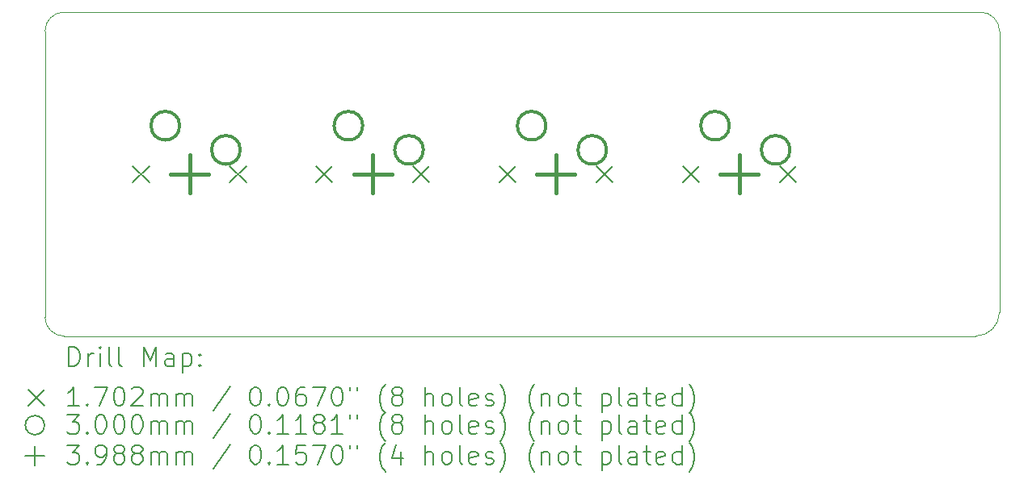
<source format=gbr>
%TF.GenerationSoftware,KiCad,Pcbnew,6.0.11-2627ca5db0~126~ubuntu22.04.1*%
%TF.CreationDate,2024-05-05T17:07:31-04:00*%
%TF.ProjectId,io-board,696f2d62-6f61-4726-942e-6b696361645f,rev?*%
%TF.SameCoordinates,Original*%
%TF.FileFunction,Drillmap*%
%TF.FilePolarity,Positive*%
%FSLAX45Y45*%
G04 Gerber Fmt 4.5, Leading zero omitted, Abs format (unit mm)*
G04 Created by KiCad (PCBNEW 6.0.11-2627ca5db0~126~ubuntu22.04.1) date 2024-05-05 17:07:31*
%MOMM*%
%LPD*%
G01*
G04 APERTURE LIST*
%ADD10C,0.100000*%
%ADD11C,0.200000*%
%ADD12C,0.170180*%
%ADD13C,0.300000*%
%ADD14C,0.398780*%
G04 APERTURE END LIST*
D10*
X19787260Y-7121000D02*
G75*
G03*
X19587260Y-6921000I-200000J0D01*
G01*
X9787260Y-7121000D02*
X9787260Y-10121000D01*
X9987260Y-6921000D02*
X19587260Y-6921000D01*
X19787260Y-10071000D02*
X19787260Y-7121000D01*
X9787260Y-10121000D02*
G75*
G03*
X9987260Y-10321000I200000J0D01*
G01*
X9987260Y-10321000D02*
X19537260Y-10321000D01*
X19537260Y-10321000D02*
G75*
G03*
X19787260Y-10071000I0J250000D01*
G01*
X9987260Y-6921000D02*
G75*
G03*
X9787260Y-7121000I0J-200000D01*
G01*
D11*
D12*
X10709170Y-8535910D02*
X10879350Y-8706090D01*
X10879350Y-8535910D02*
X10709170Y-8706090D01*
X11725170Y-8535910D02*
X11895350Y-8706090D01*
X11895350Y-8535910D02*
X11725170Y-8706090D01*
X12627170Y-8535910D02*
X12797350Y-8706090D01*
X12797350Y-8535910D02*
X12627170Y-8706090D01*
X13643170Y-8535910D02*
X13813350Y-8706090D01*
X13813350Y-8535910D02*
X13643170Y-8706090D01*
X14547170Y-8535910D02*
X14717350Y-8706090D01*
X14717350Y-8535910D02*
X14547170Y-8706090D01*
X15563170Y-8535910D02*
X15733350Y-8706090D01*
X15733350Y-8535910D02*
X15563170Y-8706090D01*
X16468170Y-8535910D02*
X16638350Y-8706090D01*
X16638350Y-8535910D02*
X16468170Y-8706090D01*
X17484170Y-8535910D02*
X17654350Y-8706090D01*
X17654350Y-8535910D02*
X17484170Y-8706090D01*
D13*
X11198260Y-8113000D02*
G75*
G03*
X11198260Y-8113000I-150000J0D01*
G01*
X11833260Y-8367000D02*
G75*
G03*
X11833260Y-8367000I-150000J0D01*
G01*
X13116260Y-8113000D02*
G75*
G03*
X13116260Y-8113000I-150000J0D01*
G01*
X13751260Y-8367000D02*
G75*
G03*
X13751260Y-8367000I-150000J0D01*
G01*
X15036260Y-8113000D02*
G75*
G03*
X15036260Y-8113000I-150000J0D01*
G01*
X15671260Y-8367000D02*
G75*
G03*
X15671260Y-8367000I-150000J0D01*
G01*
X16957260Y-8113000D02*
G75*
G03*
X16957260Y-8113000I-150000J0D01*
G01*
X17592260Y-8367000D02*
G75*
G03*
X17592260Y-8367000I-150000J0D01*
G01*
D14*
X11302260Y-8421610D02*
X11302260Y-8820390D01*
X11102870Y-8621000D02*
X11501650Y-8621000D01*
X13220260Y-8421610D02*
X13220260Y-8820390D01*
X13020870Y-8621000D02*
X13419650Y-8621000D01*
X15140260Y-8421610D02*
X15140260Y-8820390D01*
X14940870Y-8621000D02*
X15339650Y-8621000D01*
X17061260Y-8421610D02*
X17061260Y-8820390D01*
X16861870Y-8621000D02*
X17260650Y-8621000D01*
D11*
X10039879Y-10636476D02*
X10039879Y-10436476D01*
X10087498Y-10436476D01*
X10116069Y-10446000D01*
X10135117Y-10465048D01*
X10144641Y-10484095D01*
X10154165Y-10522190D01*
X10154165Y-10550762D01*
X10144641Y-10588857D01*
X10135117Y-10607905D01*
X10116069Y-10626952D01*
X10087498Y-10636476D01*
X10039879Y-10636476D01*
X10239879Y-10636476D02*
X10239879Y-10503143D01*
X10239879Y-10541238D02*
X10249403Y-10522190D01*
X10258926Y-10512667D01*
X10277974Y-10503143D01*
X10297022Y-10503143D01*
X10363688Y-10636476D02*
X10363688Y-10503143D01*
X10363688Y-10436476D02*
X10354165Y-10446000D01*
X10363688Y-10455524D01*
X10373212Y-10446000D01*
X10363688Y-10436476D01*
X10363688Y-10455524D01*
X10487498Y-10636476D02*
X10468450Y-10626952D01*
X10458926Y-10607905D01*
X10458926Y-10436476D01*
X10592260Y-10636476D02*
X10573212Y-10626952D01*
X10563688Y-10607905D01*
X10563688Y-10436476D01*
X10820831Y-10636476D02*
X10820831Y-10436476D01*
X10887498Y-10579333D01*
X10954165Y-10436476D01*
X10954165Y-10636476D01*
X11135117Y-10636476D02*
X11135117Y-10531714D01*
X11125593Y-10512667D01*
X11106546Y-10503143D01*
X11068450Y-10503143D01*
X11049403Y-10512667D01*
X11135117Y-10626952D02*
X11116069Y-10636476D01*
X11068450Y-10636476D01*
X11049403Y-10626952D01*
X11039879Y-10607905D01*
X11039879Y-10588857D01*
X11049403Y-10569810D01*
X11068450Y-10560286D01*
X11116069Y-10560286D01*
X11135117Y-10550762D01*
X11230355Y-10503143D02*
X11230355Y-10703143D01*
X11230355Y-10512667D02*
X11249403Y-10503143D01*
X11287498Y-10503143D01*
X11306545Y-10512667D01*
X11316069Y-10522190D01*
X11325593Y-10541238D01*
X11325593Y-10598381D01*
X11316069Y-10617429D01*
X11306545Y-10626952D01*
X11287498Y-10636476D01*
X11249403Y-10636476D01*
X11230355Y-10626952D01*
X11411307Y-10617429D02*
X11420831Y-10626952D01*
X11411307Y-10636476D01*
X11401784Y-10626952D01*
X11411307Y-10617429D01*
X11411307Y-10636476D01*
X11411307Y-10512667D02*
X11420831Y-10522190D01*
X11411307Y-10531714D01*
X11401784Y-10522190D01*
X11411307Y-10512667D01*
X11411307Y-10531714D01*
D12*
X9612080Y-10880910D02*
X9782260Y-11051090D01*
X9782260Y-10880910D02*
X9612080Y-11051090D01*
D11*
X10144641Y-11056476D02*
X10030355Y-11056476D01*
X10087498Y-11056476D02*
X10087498Y-10856476D01*
X10068450Y-10885048D01*
X10049403Y-10904095D01*
X10030355Y-10913619D01*
X10230355Y-11037429D02*
X10239879Y-11046952D01*
X10230355Y-11056476D01*
X10220831Y-11046952D01*
X10230355Y-11037429D01*
X10230355Y-11056476D01*
X10306546Y-10856476D02*
X10439879Y-10856476D01*
X10354165Y-11056476D01*
X10554165Y-10856476D02*
X10573212Y-10856476D01*
X10592260Y-10866000D01*
X10601784Y-10875524D01*
X10611307Y-10894571D01*
X10620831Y-10932667D01*
X10620831Y-10980286D01*
X10611307Y-11018381D01*
X10601784Y-11037429D01*
X10592260Y-11046952D01*
X10573212Y-11056476D01*
X10554165Y-11056476D01*
X10535117Y-11046952D01*
X10525593Y-11037429D01*
X10516069Y-11018381D01*
X10506546Y-10980286D01*
X10506546Y-10932667D01*
X10516069Y-10894571D01*
X10525593Y-10875524D01*
X10535117Y-10866000D01*
X10554165Y-10856476D01*
X10697022Y-10875524D02*
X10706546Y-10866000D01*
X10725593Y-10856476D01*
X10773212Y-10856476D01*
X10792260Y-10866000D01*
X10801784Y-10875524D01*
X10811307Y-10894571D01*
X10811307Y-10913619D01*
X10801784Y-10942190D01*
X10687498Y-11056476D01*
X10811307Y-11056476D01*
X10897022Y-11056476D02*
X10897022Y-10923143D01*
X10897022Y-10942190D02*
X10906546Y-10932667D01*
X10925593Y-10923143D01*
X10954165Y-10923143D01*
X10973212Y-10932667D01*
X10982736Y-10951714D01*
X10982736Y-11056476D01*
X10982736Y-10951714D02*
X10992260Y-10932667D01*
X11011307Y-10923143D01*
X11039879Y-10923143D01*
X11058926Y-10932667D01*
X11068450Y-10951714D01*
X11068450Y-11056476D01*
X11163688Y-11056476D02*
X11163688Y-10923143D01*
X11163688Y-10942190D02*
X11173212Y-10932667D01*
X11192260Y-10923143D01*
X11220831Y-10923143D01*
X11239879Y-10932667D01*
X11249403Y-10951714D01*
X11249403Y-11056476D01*
X11249403Y-10951714D02*
X11258926Y-10932667D01*
X11277974Y-10923143D01*
X11306545Y-10923143D01*
X11325593Y-10932667D01*
X11335117Y-10951714D01*
X11335117Y-11056476D01*
X11725593Y-10846952D02*
X11554164Y-11104095D01*
X11982736Y-10856476D02*
X12001784Y-10856476D01*
X12020831Y-10866000D01*
X12030355Y-10875524D01*
X12039879Y-10894571D01*
X12049403Y-10932667D01*
X12049403Y-10980286D01*
X12039879Y-11018381D01*
X12030355Y-11037429D01*
X12020831Y-11046952D01*
X12001784Y-11056476D01*
X11982736Y-11056476D01*
X11963688Y-11046952D01*
X11954164Y-11037429D01*
X11944641Y-11018381D01*
X11935117Y-10980286D01*
X11935117Y-10932667D01*
X11944641Y-10894571D01*
X11954164Y-10875524D01*
X11963688Y-10866000D01*
X11982736Y-10856476D01*
X12135117Y-11037429D02*
X12144641Y-11046952D01*
X12135117Y-11056476D01*
X12125593Y-11046952D01*
X12135117Y-11037429D01*
X12135117Y-11056476D01*
X12268450Y-10856476D02*
X12287498Y-10856476D01*
X12306545Y-10866000D01*
X12316069Y-10875524D01*
X12325593Y-10894571D01*
X12335117Y-10932667D01*
X12335117Y-10980286D01*
X12325593Y-11018381D01*
X12316069Y-11037429D01*
X12306545Y-11046952D01*
X12287498Y-11056476D01*
X12268450Y-11056476D01*
X12249403Y-11046952D01*
X12239879Y-11037429D01*
X12230355Y-11018381D01*
X12220831Y-10980286D01*
X12220831Y-10932667D01*
X12230355Y-10894571D01*
X12239879Y-10875524D01*
X12249403Y-10866000D01*
X12268450Y-10856476D01*
X12506545Y-10856476D02*
X12468450Y-10856476D01*
X12449403Y-10866000D01*
X12439879Y-10875524D01*
X12420831Y-10904095D01*
X12411307Y-10942190D01*
X12411307Y-11018381D01*
X12420831Y-11037429D01*
X12430355Y-11046952D01*
X12449403Y-11056476D01*
X12487498Y-11056476D01*
X12506545Y-11046952D01*
X12516069Y-11037429D01*
X12525593Y-11018381D01*
X12525593Y-10970762D01*
X12516069Y-10951714D01*
X12506545Y-10942190D01*
X12487498Y-10932667D01*
X12449403Y-10932667D01*
X12430355Y-10942190D01*
X12420831Y-10951714D01*
X12411307Y-10970762D01*
X12592260Y-10856476D02*
X12725593Y-10856476D01*
X12639879Y-11056476D01*
X12839879Y-10856476D02*
X12858926Y-10856476D01*
X12877974Y-10866000D01*
X12887498Y-10875524D01*
X12897022Y-10894571D01*
X12906545Y-10932667D01*
X12906545Y-10980286D01*
X12897022Y-11018381D01*
X12887498Y-11037429D01*
X12877974Y-11046952D01*
X12858926Y-11056476D01*
X12839879Y-11056476D01*
X12820831Y-11046952D01*
X12811307Y-11037429D01*
X12801784Y-11018381D01*
X12792260Y-10980286D01*
X12792260Y-10932667D01*
X12801784Y-10894571D01*
X12811307Y-10875524D01*
X12820831Y-10866000D01*
X12839879Y-10856476D01*
X12982736Y-10856476D02*
X12982736Y-10894571D01*
X13058926Y-10856476D02*
X13058926Y-10894571D01*
X13354164Y-11132667D02*
X13344641Y-11123143D01*
X13325593Y-11094571D01*
X13316069Y-11075524D01*
X13306545Y-11046952D01*
X13297022Y-10999333D01*
X13297022Y-10961238D01*
X13306545Y-10913619D01*
X13316069Y-10885048D01*
X13325593Y-10866000D01*
X13344641Y-10837429D01*
X13354164Y-10827905D01*
X13458926Y-10942190D02*
X13439879Y-10932667D01*
X13430355Y-10923143D01*
X13420831Y-10904095D01*
X13420831Y-10894571D01*
X13430355Y-10875524D01*
X13439879Y-10866000D01*
X13458926Y-10856476D01*
X13497022Y-10856476D01*
X13516069Y-10866000D01*
X13525593Y-10875524D01*
X13535117Y-10894571D01*
X13535117Y-10904095D01*
X13525593Y-10923143D01*
X13516069Y-10932667D01*
X13497022Y-10942190D01*
X13458926Y-10942190D01*
X13439879Y-10951714D01*
X13430355Y-10961238D01*
X13420831Y-10980286D01*
X13420831Y-11018381D01*
X13430355Y-11037429D01*
X13439879Y-11046952D01*
X13458926Y-11056476D01*
X13497022Y-11056476D01*
X13516069Y-11046952D01*
X13525593Y-11037429D01*
X13535117Y-11018381D01*
X13535117Y-10980286D01*
X13525593Y-10961238D01*
X13516069Y-10951714D01*
X13497022Y-10942190D01*
X13773212Y-11056476D02*
X13773212Y-10856476D01*
X13858926Y-11056476D02*
X13858926Y-10951714D01*
X13849403Y-10932667D01*
X13830355Y-10923143D01*
X13801784Y-10923143D01*
X13782736Y-10932667D01*
X13773212Y-10942190D01*
X13982736Y-11056476D02*
X13963688Y-11046952D01*
X13954164Y-11037429D01*
X13944641Y-11018381D01*
X13944641Y-10961238D01*
X13954164Y-10942190D01*
X13963688Y-10932667D01*
X13982736Y-10923143D01*
X14011307Y-10923143D01*
X14030355Y-10932667D01*
X14039879Y-10942190D01*
X14049403Y-10961238D01*
X14049403Y-11018381D01*
X14039879Y-11037429D01*
X14030355Y-11046952D01*
X14011307Y-11056476D01*
X13982736Y-11056476D01*
X14163688Y-11056476D02*
X14144641Y-11046952D01*
X14135117Y-11027905D01*
X14135117Y-10856476D01*
X14316069Y-11046952D02*
X14297022Y-11056476D01*
X14258926Y-11056476D01*
X14239879Y-11046952D01*
X14230355Y-11027905D01*
X14230355Y-10951714D01*
X14239879Y-10932667D01*
X14258926Y-10923143D01*
X14297022Y-10923143D01*
X14316069Y-10932667D01*
X14325593Y-10951714D01*
X14325593Y-10970762D01*
X14230355Y-10989810D01*
X14401784Y-11046952D02*
X14420831Y-11056476D01*
X14458926Y-11056476D01*
X14477974Y-11046952D01*
X14487498Y-11027905D01*
X14487498Y-11018381D01*
X14477974Y-10999333D01*
X14458926Y-10989810D01*
X14430355Y-10989810D01*
X14411307Y-10980286D01*
X14401784Y-10961238D01*
X14401784Y-10951714D01*
X14411307Y-10932667D01*
X14430355Y-10923143D01*
X14458926Y-10923143D01*
X14477974Y-10932667D01*
X14554164Y-11132667D02*
X14563688Y-11123143D01*
X14582736Y-11094571D01*
X14592260Y-11075524D01*
X14601784Y-11046952D01*
X14611307Y-10999333D01*
X14611307Y-10961238D01*
X14601784Y-10913619D01*
X14592260Y-10885048D01*
X14582736Y-10866000D01*
X14563688Y-10837429D01*
X14554164Y-10827905D01*
X14916069Y-11132667D02*
X14906545Y-11123143D01*
X14887498Y-11094571D01*
X14877974Y-11075524D01*
X14868450Y-11046952D01*
X14858926Y-10999333D01*
X14858926Y-10961238D01*
X14868450Y-10913619D01*
X14877974Y-10885048D01*
X14887498Y-10866000D01*
X14906545Y-10837429D01*
X14916069Y-10827905D01*
X14992260Y-10923143D02*
X14992260Y-11056476D01*
X14992260Y-10942190D02*
X15001784Y-10932667D01*
X15020831Y-10923143D01*
X15049403Y-10923143D01*
X15068450Y-10932667D01*
X15077974Y-10951714D01*
X15077974Y-11056476D01*
X15201784Y-11056476D02*
X15182736Y-11046952D01*
X15173212Y-11037429D01*
X15163688Y-11018381D01*
X15163688Y-10961238D01*
X15173212Y-10942190D01*
X15182736Y-10932667D01*
X15201784Y-10923143D01*
X15230355Y-10923143D01*
X15249403Y-10932667D01*
X15258926Y-10942190D01*
X15268450Y-10961238D01*
X15268450Y-11018381D01*
X15258926Y-11037429D01*
X15249403Y-11046952D01*
X15230355Y-11056476D01*
X15201784Y-11056476D01*
X15325593Y-10923143D02*
X15401784Y-10923143D01*
X15354164Y-10856476D02*
X15354164Y-11027905D01*
X15363688Y-11046952D01*
X15382736Y-11056476D01*
X15401784Y-11056476D01*
X15620831Y-10923143D02*
X15620831Y-11123143D01*
X15620831Y-10932667D02*
X15639879Y-10923143D01*
X15677974Y-10923143D01*
X15697022Y-10932667D01*
X15706545Y-10942190D01*
X15716069Y-10961238D01*
X15716069Y-11018381D01*
X15706545Y-11037429D01*
X15697022Y-11046952D01*
X15677974Y-11056476D01*
X15639879Y-11056476D01*
X15620831Y-11046952D01*
X15830355Y-11056476D02*
X15811307Y-11046952D01*
X15801784Y-11027905D01*
X15801784Y-10856476D01*
X15992260Y-11056476D02*
X15992260Y-10951714D01*
X15982736Y-10932667D01*
X15963688Y-10923143D01*
X15925593Y-10923143D01*
X15906545Y-10932667D01*
X15992260Y-11046952D02*
X15973212Y-11056476D01*
X15925593Y-11056476D01*
X15906545Y-11046952D01*
X15897022Y-11027905D01*
X15897022Y-11008857D01*
X15906545Y-10989810D01*
X15925593Y-10980286D01*
X15973212Y-10980286D01*
X15992260Y-10970762D01*
X16058926Y-10923143D02*
X16135117Y-10923143D01*
X16087498Y-10856476D02*
X16087498Y-11027905D01*
X16097022Y-11046952D01*
X16116069Y-11056476D01*
X16135117Y-11056476D01*
X16277974Y-11046952D02*
X16258926Y-11056476D01*
X16220831Y-11056476D01*
X16201784Y-11046952D01*
X16192260Y-11027905D01*
X16192260Y-10951714D01*
X16201784Y-10932667D01*
X16220831Y-10923143D01*
X16258926Y-10923143D01*
X16277974Y-10932667D01*
X16287498Y-10951714D01*
X16287498Y-10970762D01*
X16192260Y-10989810D01*
X16458926Y-11056476D02*
X16458926Y-10856476D01*
X16458926Y-11046952D02*
X16439879Y-11056476D01*
X16401784Y-11056476D01*
X16382736Y-11046952D01*
X16373212Y-11037429D01*
X16363688Y-11018381D01*
X16363688Y-10961238D01*
X16373212Y-10942190D01*
X16382736Y-10932667D01*
X16401784Y-10923143D01*
X16439879Y-10923143D01*
X16458926Y-10932667D01*
X16535117Y-11132667D02*
X16544641Y-11123143D01*
X16563688Y-11094571D01*
X16573212Y-11075524D01*
X16582736Y-11046952D01*
X16592260Y-10999333D01*
X16592260Y-10961238D01*
X16582736Y-10913619D01*
X16573212Y-10885048D01*
X16563688Y-10866000D01*
X16544641Y-10837429D01*
X16535117Y-10827905D01*
X9782260Y-11256180D02*
G75*
G03*
X9782260Y-11256180I-100000J0D01*
G01*
X10020831Y-11146656D02*
X10144641Y-11146656D01*
X10077974Y-11222847D01*
X10106546Y-11222847D01*
X10125593Y-11232370D01*
X10135117Y-11241894D01*
X10144641Y-11260942D01*
X10144641Y-11308561D01*
X10135117Y-11327608D01*
X10125593Y-11337132D01*
X10106546Y-11346656D01*
X10049403Y-11346656D01*
X10030355Y-11337132D01*
X10020831Y-11327608D01*
X10230355Y-11327608D02*
X10239879Y-11337132D01*
X10230355Y-11346656D01*
X10220831Y-11337132D01*
X10230355Y-11327608D01*
X10230355Y-11346656D01*
X10363688Y-11146656D02*
X10382736Y-11146656D01*
X10401784Y-11156180D01*
X10411307Y-11165704D01*
X10420831Y-11184751D01*
X10430355Y-11222847D01*
X10430355Y-11270466D01*
X10420831Y-11308561D01*
X10411307Y-11327608D01*
X10401784Y-11337132D01*
X10382736Y-11346656D01*
X10363688Y-11346656D01*
X10344641Y-11337132D01*
X10335117Y-11327608D01*
X10325593Y-11308561D01*
X10316069Y-11270466D01*
X10316069Y-11222847D01*
X10325593Y-11184751D01*
X10335117Y-11165704D01*
X10344641Y-11156180D01*
X10363688Y-11146656D01*
X10554165Y-11146656D02*
X10573212Y-11146656D01*
X10592260Y-11156180D01*
X10601784Y-11165704D01*
X10611307Y-11184751D01*
X10620831Y-11222847D01*
X10620831Y-11270466D01*
X10611307Y-11308561D01*
X10601784Y-11327608D01*
X10592260Y-11337132D01*
X10573212Y-11346656D01*
X10554165Y-11346656D01*
X10535117Y-11337132D01*
X10525593Y-11327608D01*
X10516069Y-11308561D01*
X10506546Y-11270466D01*
X10506546Y-11222847D01*
X10516069Y-11184751D01*
X10525593Y-11165704D01*
X10535117Y-11156180D01*
X10554165Y-11146656D01*
X10744641Y-11146656D02*
X10763688Y-11146656D01*
X10782736Y-11156180D01*
X10792260Y-11165704D01*
X10801784Y-11184751D01*
X10811307Y-11222847D01*
X10811307Y-11270466D01*
X10801784Y-11308561D01*
X10792260Y-11327608D01*
X10782736Y-11337132D01*
X10763688Y-11346656D01*
X10744641Y-11346656D01*
X10725593Y-11337132D01*
X10716069Y-11327608D01*
X10706546Y-11308561D01*
X10697022Y-11270466D01*
X10697022Y-11222847D01*
X10706546Y-11184751D01*
X10716069Y-11165704D01*
X10725593Y-11156180D01*
X10744641Y-11146656D01*
X10897022Y-11346656D02*
X10897022Y-11213323D01*
X10897022Y-11232370D02*
X10906546Y-11222847D01*
X10925593Y-11213323D01*
X10954165Y-11213323D01*
X10973212Y-11222847D01*
X10982736Y-11241894D01*
X10982736Y-11346656D01*
X10982736Y-11241894D02*
X10992260Y-11222847D01*
X11011307Y-11213323D01*
X11039879Y-11213323D01*
X11058926Y-11222847D01*
X11068450Y-11241894D01*
X11068450Y-11346656D01*
X11163688Y-11346656D02*
X11163688Y-11213323D01*
X11163688Y-11232370D02*
X11173212Y-11222847D01*
X11192260Y-11213323D01*
X11220831Y-11213323D01*
X11239879Y-11222847D01*
X11249403Y-11241894D01*
X11249403Y-11346656D01*
X11249403Y-11241894D02*
X11258926Y-11222847D01*
X11277974Y-11213323D01*
X11306545Y-11213323D01*
X11325593Y-11222847D01*
X11335117Y-11241894D01*
X11335117Y-11346656D01*
X11725593Y-11137132D02*
X11554164Y-11394275D01*
X11982736Y-11146656D02*
X12001784Y-11146656D01*
X12020831Y-11156180D01*
X12030355Y-11165704D01*
X12039879Y-11184751D01*
X12049403Y-11222847D01*
X12049403Y-11270466D01*
X12039879Y-11308561D01*
X12030355Y-11327608D01*
X12020831Y-11337132D01*
X12001784Y-11346656D01*
X11982736Y-11346656D01*
X11963688Y-11337132D01*
X11954164Y-11327608D01*
X11944641Y-11308561D01*
X11935117Y-11270466D01*
X11935117Y-11222847D01*
X11944641Y-11184751D01*
X11954164Y-11165704D01*
X11963688Y-11156180D01*
X11982736Y-11146656D01*
X12135117Y-11327608D02*
X12144641Y-11337132D01*
X12135117Y-11346656D01*
X12125593Y-11337132D01*
X12135117Y-11327608D01*
X12135117Y-11346656D01*
X12335117Y-11346656D02*
X12220831Y-11346656D01*
X12277974Y-11346656D02*
X12277974Y-11146656D01*
X12258926Y-11175228D01*
X12239879Y-11194275D01*
X12220831Y-11203799D01*
X12525593Y-11346656D02*
X12411307Y-11346656D01*
X12468450Y-11346656D02*
X12468450Y-11146656D01*
X12449403Y-11175228D01*
X12430355Y-11194275D01*
X12411307Y-11203799D01*
X12639879Y-11232370D02*
X12620831Y-11222847D01*
X12611307Y-11213323D01*
X12601784Y-11194275D01*
X12601784Y-11184751D01*
X12611307Y-11165704D01*
X12620831Y-11156180D01*
X12639879Y-11146656D01*
X12677974Y-11146656D01*
X12697022Y-11156180D01*
X12706545Y-11165704D01*
X12716069Y-11184751D01*
X12716069Y-11194275D01*
X12706545Y-11213323D01*
X12697022Y-11222847D01*
X12677974Y-11232370D01*
X12639879Y-11232370D01*
X12620831Y-11241894D01*
X12611307Y-11251418D01*
X12601784Y-11270466D01*
X12601784Y-11308561D01*
X12611307Y-11327608D01*
X12620831Y-11337132D01*
X12639879Y-11346656D01*
X12677974Y-11346656D01*
X12697022Y-11337132D01*
X12706545Y-11327608D01*
X12716069Y-11308561D01*
X12716069Y-11270466D01*
X12706545Y-11251418D01*
X12697022Y-11241894D01*
X12677974Y-11232370D01*
X12906545Y-11346656D02*
X12792260Y-11346656D01*
X12849403Y-11346656D02*
X12849403Y-11146656D01*
X12830355Y-11175228D01*
X12811307Y-11194275D01*
X12792260Y-11203799D01*
X12982736Y-11146656D02*
X12982736Y-11184751D01*
X13058926Y-11146656D02*
X13058926Y-11184751D01*
X13354164Y-11422847D02*
X13344641Y-11413323D01*
X13325593Y-11384751D01*
X13316069Y-11365704D01*
X13306545Y-11337132D01*
X13297022Y-11289513D01*
X13297022Y-11251418D01*
X13306545Y-11203799D01*
X13316069Y-11175228D01*
X13325593Y-11156180D01*
X13344641Y-11127609D01*
X13354164Y-11118085D01*
X13458926Y-11232370D02*
X13439879Y-11222847D01*
X13430355Y-11213323D01*
X13420831Y-11194275D01*
X13420831Y-11184751D01*
X13430355Y-11165704D01*
X13439879Y-11156180D01*
X13458926Y-11146656D01*
X13497022Y-11146656D01*
X13516069Y-11156180D01*
X13525593Y-11165704D01*
X13535117Y-11184751D01*
X13535117Y-11194275D01*
X13525593Y-11213323D01*
X13516069Y-11222847D01*
X13497022Y-11232370D01*
X13458926Y-11232370D01*
X13439879Y-11241894D01*
X13430355Y-11251418D01*
X13420831Y-11270466D01*
X13420831Y-11308561D01*
X13430355Y-11327608D01*
X13439879Y-11337132D01*
X13458926Y-11346656D01*
X13497022Y-11346656D01*
X13516069Y-11337132D01*
X13525593Y-11327608D01*
X13535117Y-11308561D01*
X13535117Y-11270466D01*
X13525593Y-11251418D01*
X13516069Y-11241894D01*
X13497022Y-11232370D01*
X13773212Y-11346656D02*
X13773212Y-11146656D01*
X13858926Y-11346656D02*
X13858926Y-11241894D01*
X13849403Y-11222847D01*
X13830355Y-11213323D01*
X13801784Y-11213323D01*
X13782736Y-11222847D01*
X13773212Y-11232370D01*
X13982736Y-11346656D02*
X13963688Y-11337132D01*
X13954164Y-11327608D01*
X13944641Y-11308561D01*
X13944641Y-11251418D01*
X13954164Y-11232370D01*
X13963688Y-11222847D01*
X13982736Y-11213323D01*
X14011307Y-11213323D01*
X14030355Y-11222847D01*
X14039879Y-11232370D01*
X14049403Y-11251418D01*
X14049403Y-11308561D01*
X14039879Y-11327608D01*
X14030355Y-11337132D01*
X14011307Y-11346656D01*
X13982736Y-11346656D01*
X14163688Y-11346656D02*
X14144641Y-11337132D01*
X14135117Y-11318085D01*
X14135117Y-11146656D01*
X14316069Y-11337132D02*
X14297022Y-11346656D01*
X14258926Y-11346656D01*
X14239879Y-11337132D01*
X14230355Y-11318085D01*
X14230355Y-11241894D01*
X14239879Y-11222847D01*
X14258926Y-11213323D01*
X14297022Y-11213323D01*
X14316069Y-11222847D01*
X14325593Y-11241894D01*
X14325593Y-11260942D01*
X14230355Y-11279989D01*
X14401784Y-11337132D02*
X14420831Y-11346656D01*
X14458926Y-11346656D01*
X14477974Y-11337132D01*
X14487498Y-11318085D01*
X14487498Y-11308561D01*
X14477974Y-11289513D01*
X14458926Y-11279989D01*
X14430355Y-11279989D01*
X14411307Y-11270466D01*
X14401784Y-11251418D01*
X14401784Y-11241894D01*
X14411307Y-11222847D01*
X14430355Y-11213323D01*
X14458926Y-11213323D01*
X14477974Y-11222847D01*
X14554164Y-11422847D02*
X14563688Y-11413323D01*
X14582736Y-11384751D01*
X14592260Y-11365704D01*
X14601784Y-11337132D01*
X14611307Y-11289513D01*
X14611307Y-11251418D01*
X14601784Y-11203799D01*
X14592260Y-11175228D01*
X14582736Y-11156180D01*
X14563688Y-11127609D01*
X14554164Y-11118085D01*
X14916069Y-11422847D02*
X14906545Y-11413323D01*
X14887498Y-11384751D01*
X14877974Y-11365704D01*
X14868450Y-11337132D01*
X14858926Y-11289513D01*
X14858926Y-11251418D01*
X14868450Y-11203799D01*
X14877974Y-11175228D01*
X14887498Y-11156180D01*
X14906545Y-11127609D01*
X14916069Y-11118085D01*
X14992260Y-11213323D02*
X14992260Y-11346656D01*
X14992260Y-11232370D02*
X15001784Y-11222847D01*
X15020831Y-11213323D01*
X15049403Y-11213323D01*
X15068450Y-11222847D01*
X15077974Y-11241894D01*
X15077974Y-11346656D01*
X15201784Y-11346656D02*
X15182736Y-11337132D01*
X15173212Y-11327608D01*
X15163688Y-11308561D01*
X15163688Y-11251418D01*
X15173212Y-11232370D01*
X15182736Y-11222847D01*
X15201784Y-11213323D01*
X15230355Y-11213323D01*
X15249403Y-11222847D01*
X15258926Y-11232370D01*
X15268450Y-11251418D01*
X15268450Y-11308561D01*
X15258926Y-11327608D01*
X15249403Y-11337132D01*
X15230355Y-11346656D01*
X15201784Y-11346656D01*
X15325593Y-11213323D02*
X15401784Y-11213323D01*
X15354164Y-11146656D02*
X15354164Y-11318085D01*
X15363688Y-11337132D01*
X15382736Y-11346656D01*
X15401784Y-11346656D01*
X15620831Y-11213323D02*
X15620831Y-11413323D01*
X15620831Y-11222847D02*
X15639879Y-11213323D01*
X15677974Y-11213323D01*
X15697022Y-11222847D01*
X15706545Y-11232370D01*
X15716069Y-11251418D01*
X15716069Y-11308561D01*
X15706545Y-11327608D01*
X15697022Y-11337132D01*
X15677974Y-11346656D01*
X15639879Y-11346656D01*
X15620831Y-11337132D01*
X15830355Y-11346656D02*
X15811307Y-11337132D01*
X15801784Y-11318085D01*
X15801784Y-11146656D01*
X15992260Y-11346656D02*
X15992260Y-11241894D01*
X15982736Y-11222847D01*
X15963688Y-11213323D01*
X15925593Y-11213323D01*
X15906545Y-11222847D01*
X15992260Y-11337132D02*
X15973212Y-11346656D01*
X15925593Y-11346656D01*
X15906545Y-11337132D01*
X15897022Y-11318085D01*
X15897022Y-11299037D01*
X15906545Y-11279989D01*
X15925593Y-11270466D01*
X15973212Y-11270466D01*
X15992260Y-11260942D01*
X16058926Y-11213323D02*
X16135117Y-11213323D01*
X16087498Y-11146656D02*
X16087498Y-11318085D01*
X16097022Y-11337132D01*
X16116069Y-11346656D01*
X16135117Y-11346656D01*
X16277974Y-11337132D02*
X16258926Y-11346656D01*
X16220831Y-11346656D01*
X16201784Y-11337132D01*
X16192260Y-11318085D01*
X16192260Y-11241894D01*
X16201784Y-11222847D01*
X16220831Y-11213323D01*
X16258926Y-11213323D01*
X16277974Y-11222847D01*
X16287498Y-11241894D01*
X16287498Y-11260942D01*
X16192260Y-11279989D01*
X16458926Y-11346656D02*
X16458926Y-11146656D01*
X16458926Y-11337132D02*
X16439879Y-11346656D01*
X16401784Y-11346656D01*
X16382736Y-11337132D01*
X16373212Y-11327608D01*
X16363688Y-11308561D01*
X16363688Y-11251418D01*
X16373212Y-11232370D01*
X16382736Y-11222847D01*
X16401784Y-11213323D01*
X16439879Y-11213323D01*
X16458926Y-11222847D01*
X16535117Y-11422847D02*
X16544641Y-11413323D01*
X16563688Y-11384751D01*
X16573212Y-11365704D01*
X16582736Y-11337132D01*
X16592260Y-11289513D01*
X16592260Y-11251418D01*
X16582736Y-11203799D01*
X16573212Y-11175228D01*
X16563688Y-11156180D01*
X16544641Y-11127609D01*
X16535117Y-11118085D01*
X9682260Y-11476180D02*
X9682260Y-11676180D01*
X9582260Y-11576180D02*
X9782260Y-11576180D01*
X10020831Y-11466656D02*
X10144641Y-11466656D01*
X10077974Y-11542847D01*
X10106546Y-11542847D01*
X10125593Y-11552370D01*
X10135117Y-11561894D01*
X10144641Y-11580942D01*
X10144641Y-11628561D01*
X10135117Y-11647608D01*
X10125593Y-11657132D01*
X10106546Y-11666656D01*
X10049403Y-11666656D01*
X10030355Y-11657132D01*
X10020831Y-11647608D01*
X10230355Y-11647608D02*
X10239879Y-11657132D01*
X10230355Y-11666656D01*
X10220831Y-11657132D01*
X10230355Y-11647608D01*
X10230355Y-11666656D01*
X10335117Y-11666656D02*
X10373212Y-11666656D01*
X10392260Y-11657132D01*
X10401784Y-11647608D01*
X10420831Y-11619037D01*
X10430355Y-11580942D01*
X10430355Y-11504751D01*
X10420831Y-11485704D01*
X10411307Y-11476180D01*
X10392260Y-11466656D01*
X10354165Y-11466656D01*
X10335117Y-11476180D01*
X10325593Y-11485704D01*
X10316069Y-11504751D01*
X10316069Y-11552370D01*
X10325593Y-11571418D01*
X10335117Y-11580942D01*
X10354165Y-11590466D01*
X10392260Y-11590466D01*
X10411307Y-11580942D01*
X10420831Y-11571418D01*
X10430355Y-11552370D01*
X10544641Y-11552370D02*
X10525593Y-11542847D01*
X10516069Y-11533323D01*
X10506546Y-11514275D01*
X10506546Y-11504751D01*
X10516069Y-11485704D01*
X10525593Y-11476180D01*
X10544641Y-11466656D01*
X10582736Y-11466656D01*
X10601784Y-11476180D01*
X10611307Y-11485704D01*
X10620831Y-11504751D01*
X10620831Y-11514275D01*
X10611307Y-11533323D01*
X10601784Y-11542847D01*
X10582736Y-11552370D01*
X10544641Y-11552370D01*
X10525593Y-11561894D01*
X10516069Y-11571418D01*
X10506546Y-11590466D01*
X10506546Y-11628561D01*
X10516069Y-11647608D01*
X10525593Y-11657132D01*
X10544641Y-11666656D01*
X10582736Y-11666656D01*
X10601784Y-11657132D01*
X10611307Y-11647608D01*
X10620831Y-11628561D01*
X10620831Y-11590466D01*
X10611307Y-11571418D01*
X10601784Y-11561894D01*
X10582736Y-11552370D01*
X10735117Y-11552370D02*
X10716069Y-11542847D01*
X10706546Y-11533323D01*
X10697022Y-11514275D01*
X10697022Y-11504751D01*
X10706546Y-11485704D01*
X10716069Y-11476180D01*
X10735117Y-11466656D01*
X10773212Y-11466656D01*
X10792260Y-11476180D01*
X10801784Y-11485704D01*
X10811307Y-11504751D01*
X10811307Y-11514275D01*
X10801784Y-11533323D01*
X10792260Y-11542847D01*
X10773212Y-11552370D01*
X10735117Y-11552370D01*
X10716069Y-11561894D01*
X10706546Y-11571418D01*
X10697022Y-11590466D01*
X10697022Y-11628561D01*
X10706546Y-11647608D01*
X10716069Y-11657132D01*
X10735117Y-11666656D01*
X10773212Y-11666656D01*
X10792260Y-11657132D01*
X10801784Y-11647608D01*
X10811307Y-11628561D01*
X10811307Y-11590466D01*
X10801784Y-11571418D01*
X10792260Y-11561894D01*
X10773212Y-11552370D01*
X10897022Y-11666656D02*
X10897022Y-11533323D01*
X10897022Y-11552370D02*
X10906546Y-11542847D01*
X10925593Y-11533323D01*
X10954165Y-11533323D01*
X10973212Y-11542847D01*
X10982736Y-11561894D01*
X10982736Y-11666656D01*
X10982736Y-11561894D02*
X10992260Y-11542847D01*
X11011307Y-11533323D01*
X11039879Y-11533323D01*
X11058926Y-11542847D01*
X11068450Y-11561894D01*
X11068450Y-11666656D01*
X11163688Y-11666656D02*
X11163688Y-11533323D01*
X11163688Y-11552370D02*
X11173212Y-11542847D01*
X11192260Y-11533323D01*
X11220831Y-11533323D01*
X11239879Y-11542847D01*
X11249403Y-11561894D01*
X11249403Y-11666656D01*
X11249403Y-11561894D02*
X11258926Y-11542847D01*
X11277974Y-11533323D01*
X11306545Y-11533323D01*
X11325593Y-11542847D01*
X11335117Y-11561894D01*
X11335117Y-11666656D01*
X11725593Y-11457132D02*
X11554164Y-11714275D01*
X11982736Y-11466656D02*
X12001784Y-11466656D01*
X12020831Y-11476180D01*
X12030355Y-11485704D01*
X12039879Y-11504751D01*
X12049403Y-11542847D01*
X12049403Y-11590466D01*
X12039879Y-11628561D01*
X12030355Y-11647608D01*
X12020831Y-11657132D01*
X12001784Y-11666656D01*
X11982736Y-11666656D01*
X11963688Y-11657132D01*
X11954164Y-11647608D01*
X11944641Y-11628561D01*
X11935117Y-11590466D01*
X11935117Y-11542847D01*
X11944641Y-11504751D01*
X11954164Y-11485704D01*
X11963688Y-11476180D01*
X11982736Y-11466656D01*
X12135117Y-11647608D02*
X12144641Y-11657132D01*
X12135117Y-11666656D01*
X12125593Y-11657132D01*
X12135117Y-11647608D01*
X12135117Y-11666656D01*
X12335117Y-11666656D02*
X12220831Y-11666656D01*
X12277974Y-11666656D02*
X12277974Y-11466656D01*
X12258926Y-11495228D01*
X12239879Y-11514275D01*
X12220831Y-11523799D01*
X12516069Y-11466656D02*
X12420831Y-11466656D01*
X12411307Y-11561894D01*
X12420831Y-11552370D01*
X12439879Y-11542847D01*
X12487498Y-11542847D01*
X12506545Y-11552370D01*
X12516069Y-11561894D01*
X12525593Y-11580942D01*
X12525593Y-11628561D01*
X12516069Y-11647608D01*
X12506545Y-11657132D01*
X12487498Y-11666656D01*
X12439879Y-11666656D01*
X12420831Y-11657132D01*
X12411307Y-11647608D01*
X12592260Y-11466656D02*
X12725593Y-11466656D01*
X12639879Y-11666656D01*
X12839879Y-11466656D02*
X12858926Y-11466656D01*
X12877974Y-11476180D01*
X12887498Y-11485704D01*
X12897022Y-11504751D01*
X12906545Y-11542847D01*
X12906545Y-11590466D01*
X12897022Y-11628561D01*
X12887498Y-11647608D01*
X12877974Y-11657132D01*
X12858926Y-11666656D01*
X12839879Y-11666656D01*
X12820831Y-11657132D01*
X12811307Y-11647608D01*
X12801784Y-11628561D01*
X12792260Y-11590466D01*
X12792260Y-11542847D01*
X12801784Y-11504751D01*
X12811307Y-11485704D01*
X12820831Y-11476180D01*
X12839879Y-11466656D01*
X12982736Y-11466656D02*
X12982736Y-11504751D01*
X13058926Y-11466656D02*
X13058926Y-11504751D01*
X13354164Y-11742847D02*
X13344641Y-11733323D01*
X13325593Y-11704751D01*
X13316069Y-11685704D01*
X13306545Y-11657132D01*
X13297022Y-11609513D01*
X13297022Y-11571418D01*
X13306545Y-11523799D01*
X13316069Y-11495228D01*
X13325593Y-11476180D01*
X13344641Y-11447608D01*
X13354164Y-11438085D01*
X13516069Y-11533323D02*
X13516069Y-11666656D01*
X13468450Y-11457132D02*
X13420831Y-11599989D01*
X13544641Y-11599989D01*
X13773212Y-11666656D02*
X13773212Y-11466656D01*
X13858926Y-11666656D02*
X13858926Y-11561894D01*
X13849403Y-11542847D01*
X13830355Y-11533323D01*
X13801784Y-11533323D01*
X13782736Y-11542847D01*
X13773212Y-11552370D01*
X13982736Y-11666656D02*
X13963688Y-11657132D01*
X13954164Y-11647608D01*
X13944641Y-11628561D01*
X13944641Y-11571418D01*
X13954164Y-11552370D01*
X13963688Y-11542847D01*
X13982736Y-11533323D01*
X14011307Y-11533323D01*
X14030355Y-11542847D01*
X14039879Y-11552370D01*
X14049403Y-11571418D01*
X14049403Y-11628561D01*
X14039879Y-11647608D01*
X14030355Y-11657132D01*
X14011307Y-11666656D01*
X13982736Y-11666656D01*
X14163688Y-11666656D02*
X14144641Y-11657132D01*
X14135117Y-11638085D01*
X14135117Y-11466656D01*
X14316069Y-11657132D02*
X14297022Y-11666656D01*
X14258926Y-11666656D01*
X14239879Y-11657132D01*
X14230355Y-11638085D01*
X14230355Y-11561894D01*
X14239879Y-11542847D01*
X14258926Y-11533323D01*
X14297022Y-11533323D01*
X14316069Y-11542847D01*
X14325593Y-11561894D01*
X14325593Y-11580942D01*
X14230355Y-11599989D01*
X14401784Y-11657132D02*
X14420831Y-11666656D01*
X14458926Y-11666656D01*
X14477974Y-11657132D01*
X14487498Y-11638085D01*
X14487498Y-11628561D01*
X14477974Y-11609513D01*
X14458926Y-11599989D01*
X14430355Y-11599989D01*
X14411307Y-11590466D01*
X14401784Y-11571418D01*
X14401784Y-11561894D01*
X14411307Y-11542847D01*
X14430355Y-11533323D01*
X14458926Y-11533323D01*
X14477974Y-11542847D01*
X14554164Y-11742847D02*
X14563688Y-11733323D01*
X14582736Y-11704751D01*
X14592260Y-11685704D01*
X14601784Y-11657132D01*
X14611307Y-11609513D01*
X14611307Y-11571418D01*
X14601784Y-11523799D01*
X14592260Y-11495228D01*
X14582736Y-11476180D01*
X14563688Y-11447608D01*
X14554164Y-11438085D01*
X14916069Y-11742847D02*
X14906545Y-11733323D01*
X14887498Y-11704751D01*
X14877974Y-11685704D01*
X14868450Y-11657132D01*
X14858926Y-11609513D01*
X14858926Y-11571418D01*
X14868450Y-11523799D01*
X14877974Y-11495228D01*
X14887498Y-11476180D01*
X14906545Y-11447608D01*
X14916069Y-11438085D01*
X14992260Y-11533323D02*
X14992260Y-11666656D01*
X14992260Y-11552370D02*
X15001784Y-11542847D01*
X15020831Y-11533323D01*
X15049403Y-11533323D01*
X15068450Y-11542847D01*
X15077974Y-11561894D01*
X15077974Y-11666656D01*
X15201784Y-11666656D02*
X15182736Y-11657132D01*
X15173212Y-11647608D01*
X15163688Y-11628561D01*
X15163688Y-11571418D01*
X15173212Y-11552370D01*
X15182736Y-11542847D01*
X15201784Y-11533323D01*
X15230355Y-11533323D01*
X15249403Y-11542847D01*
X15258926Y-11552370D01*
X15268450Y-11571418D01*
X15268450Y-11628561D01*
X15258926Y-11647608D01*
X15249403Y-11657132D01*
X15230355Y-11666656D01*
X15201784Y-11666656D01*
X15325593Y-11533323D02*
X15401784Y-11533323D01*
X15354164Y-11466656D02*
X15354164Y-11638085D01*
X15363688Y-11657132D01*
X15382736Y-11666656D01*
X15401784Y-11666656D01*
X15620831Y-11533323D02*
X15620831Y-11733323D01*
X15620831Y-11542847D02*
X15639879Y-11533323D01*
X15677974Y-11533323D01*
X15697022Y-11542847D01*
X15706545Y-11552370D01*
X15716069Y-11571418D01*
X15716069Y-11628561D01*
X15706545Y-11647608D01*
X15697022Y-11657132D01*
X15677974Y-11666656D01*
X15639879Y-11666656D01*
X15620831Y-11657132D01*
X15830355Y-11666656D02*
X15811307Y-11657132D01*
X15801784Y-11638085D01*
X15801784Y-11466656D01*
X15992260Y-11666656D02*
X15992260Y-11561894D01*
X15982736Y-11542847D01*
X15963688Y-11533323D01*
X15925593Y-11533323D01*
X15906545Y-11542847D01*
X15992260Y-11657132D02*
X15973212Y-11666656D01*
X15925593Y-11666656D01*
X15906545Y-11657132D01*
X15897022Y-11638085D01*
X15897022Y-11619037D01*
X15906545Y-11599989D01*
X15925593Y-11590466D01*
X15973212Y-11590466D01*
X15992260Y-11580942D01*
X16058926Y-11533323D02*
X16135117Y-11533323D01*
X16087498Y-11466656D02*
X16087498Y-11638085D01*
X16097022Y-11657132D01*
X16116069Y-11666656D01*
X16135117Y-11666656D01*
X16277974Y-11657132D02*
X16258926Y-11666656D01*
X16220831Y-11666656D01*
X16201784Y-11657132D01*
X16192260Y-11638085D01*
X16192260Y-11561894D01*
X16201784Y-11542847D01*
X16220831Y-11533323D01*
X16258926Y-11533323D01*
X16277974Y-11542847D01*
X16287498Y-11561894D01*
X16287498Y-11580942D01*
X16192260Y-11599989D01*
X16458926Y-11666656D02*
X16458926Y-11466656D01*
X16458926Y-11657132D02*
X16439879Y-11666656D01*
X16401784Y-11666656D01*
X16382736Y-11657132D01*
X16373212Y-11647608D01*
X16363688Y-11628561D01*
X16363688Y-11571418D01*
X16373212Y-11552370D01*
X16382736Y-11542847D01*
X16401784Y-11533323D01*
X16439879Y-11533323D01*
X16458926Y-11542847D01*
X16535117Y-11742847D02*
X16544641Y-11733323D01*
X16563688Y-11704751D01*
X16573212Y-11685704D01*
X16582736Y-11657132D01*
X16592260Y-11609513D01*
X16592260Y-11571418D01*
X16582736Y-11523799D01*
X16573212Y-11495228D01*
X16563688Y-11476180D01*
X16544641Y-11447608D01*
X16535117Y-11438085D01*
M02*

</source>
